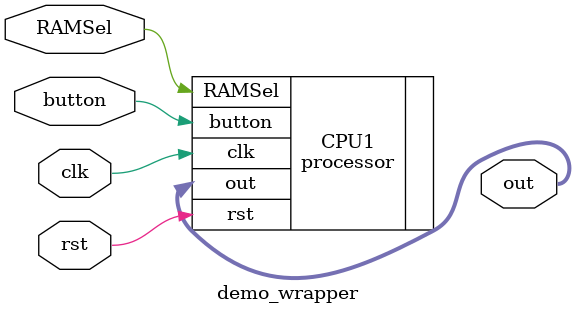
<source format=v>
`timescale 1ns / 1ps
module demo_wrapper(clk, rst, RAMSel, button, out);
	input clk, rst, RAMSel, button;
	output [15:0] out;
	
	processor CPU1(.clk(clk), .rst(rst), .RAMSel(RAMSel), .button(button), .out(out));
	


endmodule

</source>
